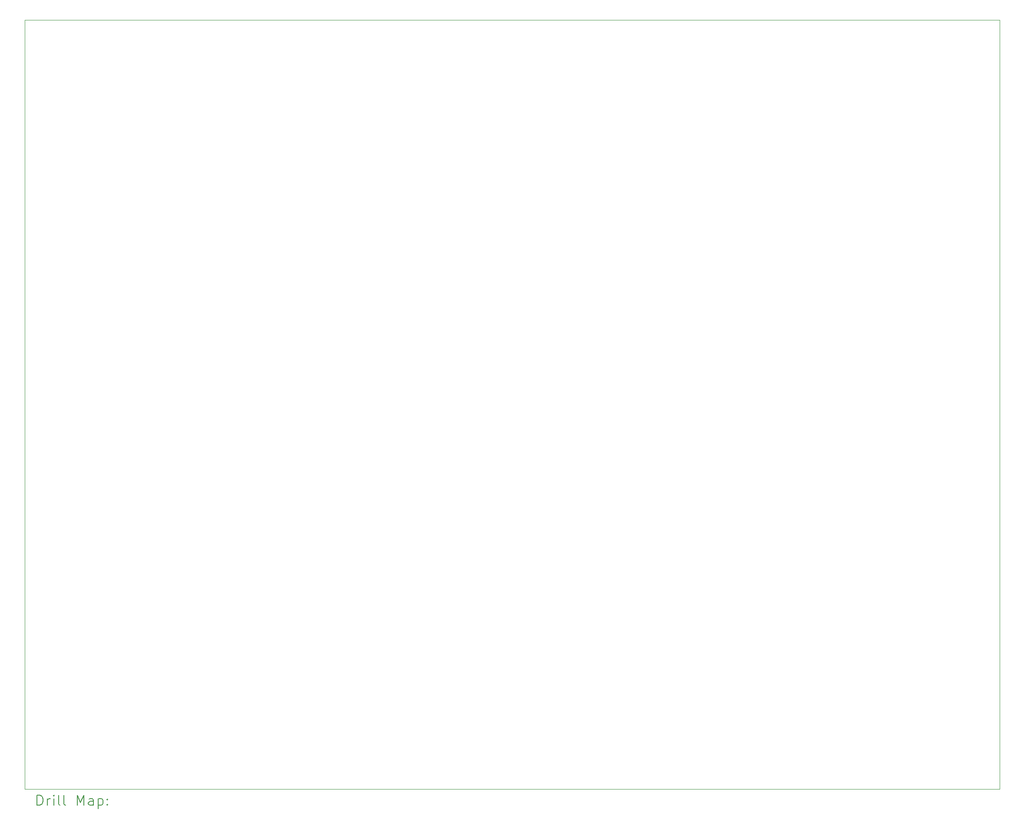
<source format=gbr>
%TF.GenerationSoftware,KiCad,Pcbnew,7.0.2*%
%TF.CreationDate,2023-04-18T11:23:08+09:00*%
%TF.ProjectId,autoharpie,6175746f-6861-4727-9069-652e6b696361,rev?*%
%TF.SameCoordinates,Original*%
%TF.FileFunction,Drillmap*%
%TF.FilePolarity,Positive*%
%FSLAX45Y45*%
G04 Gerber Fmt 4.5, Leading zero omitted, Abs format (unit mm)*
G04 Created by KiCad (PCBNEW 7.0.2) date 2023-04-18 11:23:08*
%MOMM*%
%LPD*%
G01*
G04 APERTURE LIST*
%ADD10C,0.100000*%
%ADD11C,0.200000*%
G04 APERTURE END LIST*
D10*
X1200000Y-1200000D02*
X20200000Y-1200000D01*
X20200000Y-16200000D01*
X1200000Y-16200000D01*
X1200000Y-1200000D01*
D11*
X1442619Y-16517524D02*
X1442619Y-16317524D01*
X1442619Y-16317524D02*
X1490238Y-16317524D01*
X1490238Y-16317524D02*
X1518809Y-16327048D01*
X1518809Y-16327048D02*
X1537857Y-16346095D01*
X1537857Y-16346095D02*
X1547381Y-16365143D01*
X1547381Y-16365143D02*
X1556905Y-16403238D01*
X1556905Y-16403238D02*
X1556905Y-16431809D01*
X1556905Y-16431809D02*
X1547381Y-16469905D01*
X1547381Y-16469905D02*
X1537857Y-16488952D01*
X1537857Y-16488952D02*
X1518809Y-16508000D01*
X1518809Y-16508000D02*
X1490238Y-16517524D01*
X1490238Y-16517524D02*
X1442619Y-16517524D01*
X1642619Y-16517524D02*
X1642619Y-16384190D01*
X1642619Y-16422286D02*
X1652143Y-16403238D01*
X1652143Y-16403238D02*
X1661667Y-16393714D01*
X1661667Y-16393714D02*
X1680714Y-16384190D01*
X1680714Y-16384190D02*
X1699762Y-16384190D01*
X1766428Y-16517524D02*
X1766428Y-16384190D01*
X1766428Y-16317524D02*
X1756905Y-16327048D01*
X1756905Y-16327048D02*
X1766428Y-16336571D01*
X1766428Y-16336571D02*
X1775952Y-16327048D01*
X1775952Y-16327048D02*
X1766428Y-16317524D01*
X1766428Y-16317524D02*
X1766428Y-16336571D01*
X1890238Y-16517524D02*
X1871190Y-16508000D01*
X1871190Y-16508000D02*
X1861667Y-16488952D01*
X1861667Y-16488952D02*
X1861667Y-16317524D01*
X1995000Y-16517524D02*
X1975952Y-16508000D01*
X1975952Y-16508000D02*
X1966428Y-16488952D01*
X1966428Y-16488952D02*
X1966428Y-16317524D01*
X2223571Y-16517524D02*
X2223571Y-16317524D01*
X2223571Y-16317524D02*
X2290238Y-16460381D01*
X2290238Y-16460381D02*
X2356905Y-16317524D01*
X2356905Y-16317524D02*
X2356905Y-16517524D01*
X2537857Y-16517524D02*
X2537857Y-16412762D01*
X2537857Y-16412762D02*
X2528333Y-16393714D01*
X2528333Y-16393714D02*
X2509286Y-16384190D01*
X2509286Y-16384190D02*
X2471190Y-16384190D01*
X2471190Y-16384190D02*
X2452143Y-16393714D01*
X2537857Y-16508000D02*
X2518810Y-16517524D01*
X2518810Y-16517524D02*
X2471190Y-16517524D01*
X2471190Y-16517524D02*
X2452143Y-16508000D01*
X2452143Y-16508000D02*
X2442619Y-16488952D01*
X2442619Y-16488952D02*
X2442619Y-16469905D01*
X2442619Y-16469905D02*
X2452143Y-16450857D01*
X2452143Y-16450857D02*
X2471190Y-16441333D01*
X2471190Y-16441333D02*
X2518810Y-16441333D01*
X2518810Y-16441333D02*
X2537857Y-16431809D01*
X2633095Y-16384190D02*
X2633095Y-16584190D01*
X2633095Y-16393714D02*
X2652143Y-16384190D01*
X2652143Y-16384190D02*
X2690238Y-16384190D01*
X2690238Y-16384190D02*
X2709286Y-16393714D01*
X2709286Y-16393714D02*
X2718810Y-16403238D01*
X2718810Y-16403238D02*
X2728333Y-16422286D01*
X2728333Y-16422286D02*
X2728333Y-16479428D01*
X2728333Y-16479428D02*
X2718810Y-16498476D01*
X2718810Y-16498476D02*
X2709286Y-16508000D01*
X2709286Y-16508000D02*
X2690238Y-16517524D01*
X2690238Y-16517524D02*
X2652143Y-16517524D01*
X2652143Y-16517524D02*
X2633095Y-16508000D01*
X2814048Y-16498476D02*
X2823571Y-16508000D01*
X2823571Y-16508000D02*
X2814048Y-16517524D01*
X2814048Y-16517524D02*
X2804524Y-16508000D01*
X2804524Y-16508000D02*
X2814048Y-16498476D01*
X2814048Y-16498476D02*
X2814048Y-16517524D01*
X2814048Y-16393714D02*
X2823571Y-16403238D01*
X2823571Y-16403238D02*
X2814048Y-16412762D01*
X2814048Y-16412762D02*
X2804524Y-16403238D01*
X2804524Y-16403238D02*
X2814048Y-16393714D01*
X2814048Y-16393714D02*
X2814048Y-16412762D01*
M02*

</source>
